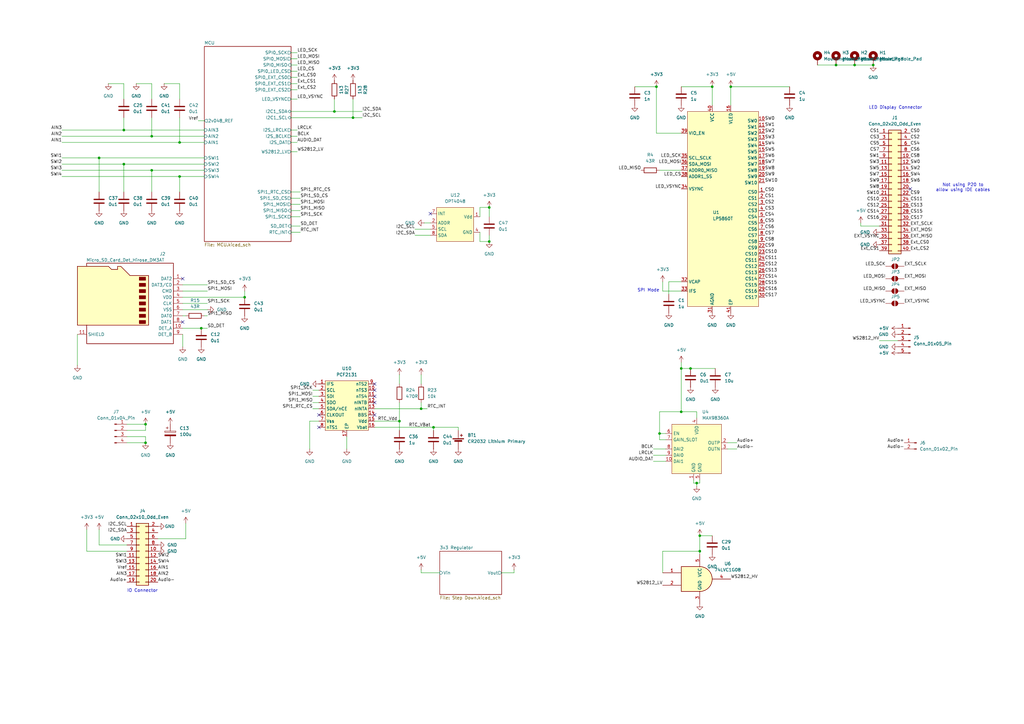
<source format=kicad_sch>
(kicad_sch (version 20231120) (generator "eeschema") (generator_version "8.0")
  (paper "A3")
  (junction (at 59.69 181.61))
  (junction (at 177.8 175.26))
  (junction (at 279.4 151.13))
  (junction (at 342.9 26.67))
  (junction (at 59.69 173.99))
  (junction (at 358.14 26.67))
  (junction (at 283.21 151.13))
  (junction (at 73.66 72.39))
  (junction (at 270.51 177.8))
  (junction (at 163.83 172.72))
  (junction (at 269.24 35.56))
  (junction (at 40.64 64.77))
  (junction (at 82.55 134.62))
  (junction (at 279.4 168.91))
  (junction (at 287.02 219.71))
  (junction (at 285.75 198.12))
  (junction (at 287.02 226.06))
  (junction (at 292.1 35.56))
  (junction (at 62.23 55.88))
  (junction (at 350.52 26.67))
  (junction (at 50.8 53.34))
  (junction (at 144.78 48.26))
  (junction (at 200.66 85.09))
  (junction (at 299.72 35.56))
  (junction (at 100.33 121.92))
  (junction (at 73.66 58.42))
  (junction (at 50.8 67.31))
  (junction (at 200.66 99.06))
  (junction (at 172.72 167.64))
  (junction (at 137.16 45.72))
  (junction (at 62.23 69.85))
  (no_connect (at 153.67 165.1))
  (no_connect (at 130.81 170.18))
  (no_connect (at 153.67 170.18))
  (no_connect (at 176.53 87.63))
  (no_connect (at 74.93 132.08))
  (no_connect (at 153.67 157.48))
  (no_connect (at 153.67 160.02))
  (no_connect (at 74.93 114.3))
  (no_connect (at 153.67 162.56))
  (no_connect (at 373.38 77.47))
  (no_connect (at 130.81 175.26))
  (wire (pts (xy 323.85 35.56) (xy 299.72 35.56)))
  (wire (pts (xy 81.28 49.53) (xy 83.82 49.53)))
  (wire (pts (xy 342.9 26.67) (xy 350.52 26.67)))
  (wire (pts (xy 35.56 226.06) (xy 52.07 226.06)))
  (wire (pts (xy 121.92 24.13) (xy 119.38 24.13)))
  (wire (pts (xy 287.02 196.85) (xy 287.02 198.12)))
  (wire (pts (xy 285.75 199.39) (xy 285.75 198.12)))
  (wire (pts (xy 292.1 35.56) (xy 292.1 43.18)))
  (wire (pts (xy 55.88 34.29) (xy 62.23 34.29)))
  (wire (pts (xy 59.69 181.61) (xy 52.07 181.61)))
  (wire (pts (xy 144.78 40.64) (xy 144.78 48.26)))
  (wire (pts (xy 25.4 53.34) (xy 50.8 53.34)))
  (wire (pts (xy 267.97 186.69) (xy 273.05 186.69)))
  (wire (pts (xy 121.92 21.59) (xy 119.38 21.59)))
  (wire (pts (xy 85.09 119.38) (xy 74.93 119.38)))
  (wire (pts (xy 62.23 69.85) (xy 83.82 69.85)))
  (wire (pts (xy 279.4 151.13) (xy 279.4 168.91)))
  (wire (pts (xy 269.24 54.61) (xy 279.4 54.61)))
  (wire (pts (xy 163.83 165.1) (xy 163.83 172.72)))
  (wire (pts (xy 137.16 45.72) (xy 148.59 45.72)))
  (wire (pts (xy 62.23 34.29) (xy 62.23 40.64)))
  (wire (pts (xy 62.23 55.88) (xy 83.82 55.88)))
  (wire (pts (xy 271.78 226.06) (xy 287.02 226.06)))
  (wire (pts (xy 270.51 177.8) (xy 273.05 177.8)))
  (wire (pts (xy 40.64 217.17) (xy 40.64 223.52)))
  (wire (pts (xy 74.93 129.54) (xy 76.2 129.54)))
  (wire (pts (xy 128.27 160.02) (xy 130.81 160.02)))
  (wire (pts (xy 279.4 168.91) (xy 285.75 168.91)))
  (wire (pts (xy 59.69 179.07) (xy 52.07 179.07)))
  (wire (pts (xy 274.32 115.57) (xy 279.4 115.57)))
  (wire (pts (xy 170.18 93.98) (xy 176.53 93.98)))
  (wire (pts (xy 121.92 34.29) (xy 119.38 34.29)))
  (wire (pts (xy 59.69 176.53) (xy 59.69 173.99)))
  (wire (pts (xy 74.93 134.62) (xy 82.55 134.62)))
  (wire (pts (xy 270.51 177.8) (xy 270.51 168.91)))
  (wire (pts (xy 123.19 81.28) (xy 119.38 81.28)))
  (wire (pts (xy 121.92 58.42) (xy 119.38 58.42)))
  (wire (pts (xy 123.19 92.71) (xy 119.38 92.71)))
  (wire (pts (xy 128.27 162.56) (xy 130.81 162.56)))
  (wire (pts (xy 40.64 223.52) (xy 52.07 223.52)))
  (wire (pts (xy 73.66 72.39) (xy 83.82 72.39)))
  (wire (pts (xy 173.99 91.44) (xy 176.53 91.44)))
  (wire (pts (xy 287.02 226.06) (xy 287.02 227.33)))
  (wire (pts (xy 121.92 53.34) (xy 119.38 53.34)))
  (wire (pts (xy 267.97 184.15) (xy 273.05 184.15)))
  (wire (pts (xy 73.66 34.29) (xy 73.66 40.64)))
  (wire (pts (xy 25.4 69.85) (xy 62.23 69.85)))
  (wire (pts (xy 283.21 151.13) (xy 293.37 151.13)))
  (wire (pts (xy 119.38 45.72) (xy 137.16 45.72)))
  (wire (pts (xy 279.4 148.59) (xy 279.4 151.13)))
  (wire (pts (xy 50.8 48.26) (xy 50.8 53.34)))
  (wire (pts (xy 267.97 189.23) (xy 273.05 189.23)))
  (wire (pts (xy 25.4 72.39) (xy 73.66 72.39)))
  (wire (pts (xy 50.8 67.31) (xy 50.8 78.74)))
  (wire (pts (xy 269.24 35.56) (xy 269.24 54.61)))
  (wire (pts (xy 270.51 180.34) (xy 270.51 177.8)))
  (wire (pts (xy 123.19 78.74) (xy 119.38 78.74)))
  (wire (pts (xy 25.4 58.42) (xy 73.66 58.42)))
  (wire (pts (xy 100.33 119.38) (xy 100.33 121.92)))
  (wire (pts (xy 50.8 34.29) (xy 50.8 40.64)))
  (wire (pts (xy 292.1 219.71) (xy 287.02 219.71)))
  (wire (pts (xy 287.02 198.12) (xy 285.75 198.12)))
  (wire (pts (xy 200.66 96.52) (xy 200.66 99.06)))
  (wire (pts (xy 200.66 85.09) (xy 196.85 85.09)))
  (wire (pts (xy 127 184.15) (xy 127 172.72)))
  (wire (pts (xy 31.75 137.16) (xy 31.75 149.86)))
  (wire (pts (xy 350.52 26.67) (xy 358.14 26.67)))
  (wire (pts (xy 73.66 48.26) (xy 73.66 58.42)))
  (wire (pts (xy 73.66 58.42) (xy 83.82 58.42)))
  (wire (pts (xy 335.28 26.67) (xy 342.9 26.67)))
  (wire (pts (xy 196.85 99.06) (xy 200.66 99.06)))
  (wire (pts (xy 119.38 48.26) (xy 144.78 48.26)))
  (wire (pts (xy 62.23 69.85) (xy 62.23 78.74)))
  (wire (pts (xy 62.23 48.26) (xy 62.23 55.88)))
  (wire (pts (xy 35.56 217.17) (xy 35.56 226.06)))
  (wire (pts (xy 74.93 121.92) (xy 100.33 121.92)))
  (wire (pts (xy 172.72 234.95) (xy 180.34 234.95)))
  (wire (pts (xy 121.92 55.88) (xy 119.38 55.88)))
  (wire (pts (xy 274.32 120.65) (xy 274.32 115.57)))
  (wire (pts (xy 121.92 31.75) (xy 119.38 31.75)))
  (wire (pts (xy 40.64 64.77) (xy 40.64 78.74)))
  (wire (pts (xy 25.4 67.31) (xy 50.8 67.31)))
  (wire (pts (xy 85.09 134.62) (xy 82.55 134.62)))
  (wire (pts (xy 284.48 198.12) (xy 284.48 196.85)))
  (wire (pts (xy 59.69 181.61) (xy 59.69 179.07)))
  (wire (pts (xy 153.67 172.72) (xy 163.83 172.72)))
  (wire (pts (xy 76.2 220.98) (xy 64.77 220.98)))
  (wire (pts (xy 153.67 175.26) (xy 177.8 175.26)))
  (wire (pts (xy 123.19 88.9) (xy 119.38 88.9)))
  (wire (pts (xy 172.72 233.68) (xy 172.72 234.95)))
  (wire (pts (xy 170.18 96.52) (xy 176.53 96.52)))
  (wire (pts (xy 44.45 34.29) (xy 50.8 34.29)))
  (wire (pts (xy 123.19 86.36) (xy 119.38 86.36)))
  (wire (pts (xy 187.96 176.53) (xy 187.96 175.26)))
  (wire (pts (xy 279.4 35.56) (xy 292.1 35.56)))
  (wire (pts (xy 137.16 40.64) (xy 137.16 45.72)))
  (wire (pts (xy 121.92 36.83) (xy 119.38 36.83)))
  (wire (pts (xy 271.78 234.95) (xy 271.78 226.06)))
  (wire (pts (xy 52.07 176.53) (xy 59.69 176.53)))
  (wire (pts (xy 353.06 92.71) (xy 360.68 92.71)))
  (wire (pts (xy 85.09 116.84) (xy 74.93 116.84)))
  (wire (pts (xy 40.64 64.77) (xy 83.82 64.77)))
  (wire (pts (xy 121.92 29.21) (xy 119.38 29.21)))
  (wire (pts (xy 121.92 40.64) (xy 119.38 40.64)))
  (wire (pts (xy 172.72 165.1) (xy 172.72 167.64)))
  (wire (pts (xy 285.75 198.12) (xy 284.48 198.12)))
  (wire (pts (xy 200.66 85.09) (xy 200.66 88.9)))
  (wire (pts (xy 196.85 99.06) (xy 196.85 95.25)))
  (wire (pts (xy 121.92 62.23) (xy 119.38 62.23)))
  (wire (pts (xy 142.24 184.15) (xy 142.24 179.07)))
  (wire (pts (xy 144.78 48.26) (xy 148.59 48.26)))
  (wire (pts (xy 85.09 124.46) (xy 74.93 124.46)))
  (wire (pts (xy 172.72 153.67) (xy 172.72 157.48)))
  (wire (pts (xy 128.27 165.1) (xy 130.81 165.1)))
  (wire (pts (xy 177.8 175.26) (xy 187.96 175.26)))
  (wire (pts (xy 123.19 83.82) (xy 119.38 83.82)))
  (wire (pts (xy 271.78 115.57) (xy 271.78 119.38)))
  (wire (pts (xy 50.8 53.34) (xy 83.82 53.34)))
  (wire (pts (xy 210.82 234.95) (xy 205.74 234.95)))
  (wire (pts (xy 273.05 180.34) (xy 270.51 180.34)))
  (wire (pts (xy 210.82 233.68) (xy 210.82 234.95)))
  (wire (pts (xy 123.19 95.25) (xy 119.38 95.25)))
  (wire (pts (xy 163.83 172.72) (xy 163.83 176.53)))
  (wire (pts (xy 196.85 85.09) (xy 196.85 88.9)))
  (wire (pts (xy 279.4 151.13) (xy 283.21 151.13)))
  (wire (pts (xy 270.51 168.91) (xy 279.4 168.91)))
  (wire (pts (xy 287.02 219.71) (xy 287.02 226.06)))
  (wire (pts (xy 299.72 35.56) (xy 299.72 43.18)))
  (wire (pts (xy 260.35 35.56) (xy 269.24 35.56)))
  (wire (pts (xy 127 172.72) (xy 130.81 172.72)))
  (wire (pts (xy 302.26 181.61) (xy 298.45 181.61)))
  (wire (pts (xy 153.67 167.64) (xy 172.72 167.64)))
  (wire (pts (xy 353.06 91.44) (xy 353.06 92.71)))
  (wire (pts (xy 59.69 173.99) (xy 52.07 173.99)))
  (wire (pts (xy 25.4 64.77) (xy 40.64 64.77)))
  (wire (pts (xy 163.83 153.67) (xy 163.83 157.48)))
  (wire (pts (xy 121.92 26.67) (xy 119.38 26.67)))
  (wire (pts (xy 177.8 175.26) (xy 177.8 176.53)))
  (wire (pts (xy 83.82 129.54) (xy 85.09 129.54)))
  (wire (pts (xy 285.75 168.91) (xy 285.75 171.45)))
  (wire (pts (xy 172.72 167.64) (xy 175.26 167.64)))
  (wire (pts (xy 270.51 69.85) (xy 279.4 69.85)))
  (wire (pts (xy 25.4 55.88) (xy 62.23 55.88)))
  (wire (pts (xy 128.27 167.64) (xy 130.81 167.64)))
  (wire (pts (xy 73.66 34.29) (xy 67.31 34.29)))
  (wire (pts (xy 360.68 139.7) (xy 368.3 139.7)))
  (wire (pts (xy 74.93 137.16) (xy 74.93 142.24)))
  (wire (pts (xy 73.66 72.39) (xy 73.66 78.74)))
  (wire (pts (xy 302.26 184.15) (xy 298.45 184.15)))
  (wire (pts (xy 50.8 67.31) (xy 83.82 67.31)))
  (wire (pts (xy 271.78 119.38) (xy 279.4 119.38)))
  (wire (pts (xy 85.09 127) (xy 74.93 127)))
  (wire (pts (xy 76.2 214.63) (xy 76.2 220.98)))
  (text "Not using P20 to\nallow using IDE cables" (at 394.97 76.962 0) (effects (font (size 1.27 1.27))))
  (text "IO Connector" (at 58.42 242.316 0) (effects (font (size 1.27 1.27))))
  (text "SPI Mode" (at 265.938 119.126 0) (effects (font (size 1.27 1.27))))
  (text "LED Display Connector" (at 367.284 44.196 0) (effects (font (size 1.27 1.27))))
  (label "SW3" (at 360.68 67.31 180))
  (label "CS6" (at 373.38 62.23 0))
  (label "SWI1" (at 52.07 228.6 180))
  (label "CS0" (at 313.69 78.74 0))
  (label "SPI1_MOSI" (at 85.09 119.38 0))
  (label "CS3" (at 313.69 86.36 0))
  (label "LRCLK" (at 121.92 53.34 0))
  (label "SWI3" (at 52.07 231.14 180))
  (label "CS7" (at 360.68 62.23 180))
  (label "CS4" (at 373.38 59.69 0))
  (label "AUDIO_DAT" (at 267.97 189.23 180))
  (label "SW6" (at 313.69 64.77 0))
  (label "BCLK" (at 267.97 184.15 180))
  (label "Ext_CS1" (at 121.92 34.29 0))
  (label "SW4" (at 313.69 59.69 0))
  (label "CS11" (at 373.38 82.55 0))
  (label "SW0" (at 313.69 49.53 0))
  (label "SWI4" (at 64.77 231.14 0))
  (label "RTC_INT" (at 123.19 95.25 0))
  (label "SPI1_SCK" (at 85.09 124.46 0))
  (label "CS16" (at 313.69 119.38 0))
  (label "SPI1_MOSI" (at 128.27 162.56 180))
  (label "CS16" (at 360.68 90.17 180))
  (label "SW9" (at 360.68 74.93 180))
  (label "RTC_INT" (at 175.26 167.64 0))
  (label "CS2" (at 373.38 57.15 0))
  (label "SW8" (at 313.69 69.85 0))
  (label "Ext_CS2" (at 121.92 36.83 0))
  (label "EXT_VSYNC" (at 360.68 97.79 180))
  (label "Audio-" (at 64.77 238.76 0))
  (label "SPI1_MOSI" (at 123.19 83.82 0))
  (label "CS13" (at 373.38 85.09 0))
  (label "SW4" (at 373.38 72.39 0))
  (label "CS11" (at 313.69 106.68 0))
  (label "SW1" (at 313.69 52.07 0))
  (label "CS3" (at 360.68 57.15 180))
  (label "SW5" (at 313.69 62.23 0))
  (label "I2C_SDA" (at 52.07 218.44 180))
  (label "Audio-" (at 302.26 184.15 0))
  (label "WS2812_HV" (at 360.68 139.7 180))
  (label "SW8" (at 360.68 77.47 180))
  (label "EXT_MISO" (at 370.84 119.38 0))
  (label "AIN2" (at 25.4 55.88 180))
  (label "LED_VSYNC" (at 363.22 124.46 180))
  (label "Ext_CS2" (at 373.38 102.87 0))
  (label "SW9" (at 313.69 72.39 0))
  (label "RTC_Vdd" (at 154.94 172.72 0))
  (label "SWI3" (at 25.4 69.85 180))
  (label "Vref" (at 81.28 49.53 180))
  (label "SWI2" (at 25.4 67.31 180))
  (label "SW6" (at 373.38 74.93 0))
  (label "AIN3" (at 25.4 53.34 180))
  (label "CS13" (at 313.69 111.76 0))
  (label "RTC_VBat" (at 167.64 175.26 0))
  (label "LED_SCK" (at 279.4 64.77 180))
  (label "BCLK" (at 121.92 55.88 0))
  (label "SWI2" (at 64.77 228.6 0))
  (label "CS12" (at 313.69 109.22 0))
  (label "Vref" (at 52.07 233.68 180))
  (label "CS6" (at 313.69 93.98 0))
  (label "CS14" (at 360.68 87.63 180))
  (label "CS10" (at 313.69 104.14 0))
  (label "CS8" (at 373.38 64.77 0))
  (label "CS12" (at 360.68 85.09 180))
  (label "AIN1" (at 25.4 58.42 180))
  (label "Audio-" (at 370.84 184.15 180))
  (label "LED_VSYNC" (at 279.4 77.47 180))
  (label "SD_DET" (at 123.19 92.71 0))
  (label "I2C_SCL" (at 170.18 93.98 180))
  (label "Audio+" (at 370.84 181.61 180))
  (label "EXT_SCLK" (at 373.38 92.71 0))
  (label "SPI1_SD_CS" (at 85.09 116.84 0))
  (label "LED_MISO" (at 363.22 119.38 180))
  (label "EXT_SCLK" (at 370.84 109.22 0))
  (label "LED_SCK" (at 363.22 109.22 180))
  (label "CS4" (at 313.69 88.9 0))
  (label "CS5" (at 313.69 91.44 0))
  (label "SW10" (at 360.68 80.01 180))
  (label "LED_CS" (at 279.4 72.39 180))
  (label "SW7" (at 313.69 67.31 0))
  (label "LRCLK" (at 267.97 186.69 180))
  (label "WS2812_LV" (at 271.78 240.03 180))
  (label "SW1" (at 360.68 64.77 180))
  (label "SW5" (at 360.68 69.85 180))
  (label "WS2812_LV" (at 121.92 62.23 0))
  (label "CS17" (at 373.38 90.17 0))
  (label "LED_MISO" (at 262.89 69.85 180))
  (label "EXT_MISO" (at 373.38 97.79 0))
  (label "SPI1_MISO" (at 85.09 129.54 0))
  (label "AUDIO_DAT" (at 121.92 58.42 0))
  (label "CS17" (at 313.69 121.92 0))
  (label "LED_MOSI" (at 363.22 114.3 180))
  (label "I2C_SCL" (at 52.07 215.9 180))
  (label "CS2" (at 313.69 83.82 0))
  (label "SPI1_MISO" (at 128.27 165.1 180))
  (label "CS15" (at 373.38 87.63 0))
  (label "CS9" (at 373.38 80.01 0))
  (label "CS9" (at 313.69 101.6 0))
  (label "Ext_CS0" (at 121.92 31.75 0))
  (label "LED_MOSI" (at 279.4 67.31 180))
  (label "Ext_CS1" (at 360.68 102.87 180))
  (label "EXT_VSYNC" (at 370.84 124.46 0))
  (label "SW3" (at 313.69 57.15 0))
  (label "LED_SCK" (at 121.92 21.59 0))
  (label "EXT_MOSI" (at 373.38 95.25 0))
  (label "I2C_SDA" (at 148.59 45.72 0))
  (label "LED_MISO" (at 121.92 26.67 0))
  (label "Audio+" (at 52.07 238.76 180))
  (label "CS1" (at 360.68 54.61 180))
  (label "LED_CS" (at 121.92 29.21 0))
  (label "Ext_CS0" (at 373.38 100.33 0))
  (label "AIN2" (at 64.77 236.22 0))
  (label "CS5" (at 360.68 59.69 180))
  (label "SW7" (at 360.68 72.39 180))
  (label "SWI1" (at 25.4 64.77 180))
  (label "AIN1" (at 64.77 233.68 0))
  (label "SW0" (at 373.38 67.31 0))
  (label "EXT_MOSI" (at 370.84 114.3 0))
  (label "SPI1_RTC_CS" (at 123.19 78.74 0))
  (label "Audio+" (at 302.26 181.61 0))
  (label "SPI1_SCK" (at 128.27 160.02 180))
  (label "I2C_SDA" (at 170.18 96.52 180))
  (label "SW10" (at 313.69 74.93 0))
  (label "WS2812_HV" (at 299.72 237.49 0))
  (label "CS1" (at 313.69 81.28 0))
  (label "SW2" (at 313.69 54.61 0))
  (label "AIN3" (at 52.07 236.22 180))
  (label "SPI1_MISO" (at 123.19 86.36 0))
  (label "SPI1_RTC_CS" (at 128.27 167.64 180))
  (label "LED_VSYNC" (at 121.92 40.64 0))
  (label "CS8" (at 313.69 99.06 0))
  (label "CS10" (at 360.68 82.55 180))
  (label "I2C_SCL" (at 148.59 48.26 0))
  (label "SD_DET" (at 85.09 134.62 0))
  (label "SPI1_SD_CS" (at 123.19 81.28 0))
  (label "SW2" (at 373.38 69.85 0))
  (label "LED_MOSI" (at 121.92 24.13 0))
  (label "CS7" (at 313.69 96.52 0))
  (label "CS14" (at 313.69 114.3 0))
  (label "CS0" (at 373.38 54.61 0))
  (label "SWI4" (at 25.4 72.39 180))
  (label "SPI1_SCK" (at 123.19 88.9 0))
  (label "CS15" (at 313.69 116.84 0))
  (symbol (lib_id "power:+3V3") (at 292.1 35.56 0) (unit 1)
    (property "Reference" "#PWR014" (effects (hide yes)))
    (property "Value" "+3V3" (at 292.1 30.48 0))
    (property "Description" "Power symbol creates a global label with name \"+3V3\"" (effects (hide yes)))
  )
  (symbol (lib_id "Jumper:SolderJumper_2_Open") (at 367.03 109.22 0) (unit 1) (exclude_from_sim yes) (in_bom no)
    (property "Reference" "JP2" (at 367.284 106.426 0))
    (property "Value" "SolderJumper_2_Open" (effects (hide yes)))
    (property "Footprint" "Jumper:SolderJumper-2_P1.3mm_Open_RoundedPad1.0x1.5mm" (effects (hide yes)))
    (property "Description" "Solder Jumper, 2-pole, open" (effects (hide yes)))
  )
  (symbol (lib_id "power:GND") (at 100.33 129.54 0) (unit 1)
    (property "Reference" "#PWR091" (effects (hide yes)))
    (property "Value" "GND" (at 100.33 134.62 0))
    (property "Description" "Power symbol creates a global label with name \"GND\" , ground" (effects (hide yes)))
  )
  (symbol (lib_id "power:GND") (at 40.64 86.36 0) (unit 1)
    (property "Reference" "#PWR084" (effects (hide yes)))
    (property "Value" "GND" (at 40.64 91.44 0))
    (property "Description" "Power symbol creates a global label with name \"GND\" , ground" (effects (hide yes)))
  )
  (symbol (lib_id "power:GND") (at 85.09 127 90) (unit 1)
    (property "Reference" "#PWR071" (effects (hide yes)))
    (property "Value" "GND" (at 88.9 126.9999 90) (effects (justify right)))
    (property "Description" "Power symbol creates a global label with name \"GND\" , ground" (effects (hide yes)))
  )
  (symbol (lib_id "Connector_Generic:Conn_02x20_Odd_Even") (at 365.76 77.47 0) (unit 1)
    (property "Reference" "J1" (at 367.03 48.26 0))
    (property "Value" "Conn_02x20_Odd_Even" (at 367.03 50.8 0))
    (property "Footprint" "Connector_IDC:IDC-Header_2x20_P2.54mm_Vertical" (effects (hide yes)))
    (property "Description" "Generic connector, double row, 02x20, odd/even pin numbering scheme (row 1 odd numbers, row 2 even numbers), script generated (kicad-library-utils/schlib/autogen/connector/)" (effects (hide yes)))
  )
  (symbol (lib_id "power:GND") (at 64.77 215.9 90) (unit 1)
    (property "Reference" "#PWR083" (effects (hide yes)))
    (property "Value" "GND" (at 67.564 215.9 90) (effects (justify right)))
    (property "Description" "Power symbol creates a global label with name \"GND\" , ground" (effects (hide yes)))
  )
  (symbol (lib_id "Device:C") (at 62.23 82.55 0) (unit 1)
    (property "Reference" "C39" (at 66.04 81.2799 0) (effects (justify left)))
    (property "Value" "0u1" (at 66.04 83.8199 0) (effects (justify left)))
    (property "Footprint" "Capacitor_SMD:C_0603_1608Metric_Pad1.08x0.95mm_HandSolder" (effects (hide yes)))
    (property "Description" "Unpolarized capacitor" (effects (hide yes)))
  )
  (symbol (lib_id "Global:OPT4048") (at 186.69 85.09 0) (unit 1)
    (property "Reference" "U12" (at 186.69 80.01 0))
    (property "Value" "OPT4048" (at 186.69 82.55 0))
    (property "Footprint" "kicad global library:SOT-583_DTS" (effects (hide yes)))
  )
  (symbol (lib_id "Connector:Conn_01x02_Pin") (at 375.92 181.61 0) (mirror y) (unit 1)
    (property "Reference" "J6" (at 377.19 181.6099 0) (effects (justify right)))
    (property "Value" "Conn_01x02_Pin" (at 377.19 184.1499 0) (effects (justify right)))
    (property "Footprint" "Connector_PinHeader_2.54mm:PinHeader_1x02_P2.54mm_Vertical" (effects (hide yes)))
    (property "Description" "Generic connector, single row, 01x02, script generated" (effects (hide yes)))
  )
  (symbol (lib_id "power:GND") (at 285.75 199.39 0) (unit 1)
    (property "Reference" "#PWR026" (effects (hide yes)))
    (property "Value" "GND" (at 285.75 204.47 0))
    (property "Description" "Power symbol creates a global label with name \"GND\" , ground" (effects (hide yes)))
  )
  (symbol (lib_id "Mechanical:MountingHole_Pad") (at 358.14 24.13 0) (unit 1) (exclude_from_sim yes) (in_bom no)
    (property "Reference" "H1" (at 360.68 21.5899 0) (effects (justify left)))
    (property "Value" "MountingHole_Pad" (at 360.68 24.1299 0) (effects (justify left)))
    (property "Footprint" "MountingHole:MountingHole_3.2mm_M3_Pad" (effects (hide yes)))
    (property "Description" "Mounting Hole with connection" (effects (hide yes)))
  )
  (symbol (lib_id "power:GND") (at 64.77 226.06 90) (unit 1)
    (property "Reference" "#PWR025" (effects (hide yes)))
    (property "Value" "GND" (at 68.58 226.0599 90) (effects (justify right)))
    (property "Description" "Power symbol creates a global label with name \"GND\" , ground" (effects (hide yes)))
  )
  (symbol (lib_id "power:GND") (at 52.07 220.98 270) (unit 1)
    (property "Reference" "#PWR05" (effects (hide yes)))
    (property "Value" "GND" (at 49.276 220.98 90) (effects (justify right)))
    (property "Description" "Power symbol creates a global label with name \"GND\" , ground" (effects (hide yes)))
  )
  (symbol (lib_id "power:+5V") (at 59.69 173.99 0) (mirror y) (unit 1)
    (property "Reference" "#PWR063" (effects (hide yes)))
    (property "Value" "+5V" (at 59.69 168.91 0))
    (property "Description" "Power symbol creates a global label with name \"+5V\"" (effects (hide yes)))
  )
  (symbol (lib_id "Global:LP5860T") (at 295.91 45.72 0) (unit 1)
    (property "Reference" "U1" (at 292.354 87.122 0) (effects (justify left)))
    (property "Value" "LP5860T" (at 292.354 89.662 0) (effects (justify left)))
    (property "Footprint" "kicad global library:QFN-40_EP_5x5_Pitch0.4mm_Hand_Solder" (effects (hide yes)))
  )
  (symbol (lib_id "Device:C") (at 260.35 39.37 0) (unit 1)
    (property "Reference" "C3" (at 264.16 38.0999 0) (effects (justify left)))
    (property "Value" "1n" (at 264.16 40.6399 0) (effects (justify left)))
    (property "Footprint" "Capacitor_SMD:C_0603_1608Metric_Pad1.08x0.95mm_HandSolder" (effects (hide yes)))
    (property "Description" "Unpolarized capacitor" (effects (hide yes)))
  )
  (symbol (lib_id "power:GND") (at 142.24 184.15 0) (unit 1)
    (property "Reference" "#PWR093" (effects (hide yes)))
    (property "Value" "GND" (at 142.24 189.23 0))
    (property "Description" "Power symbol creates a global label with name \"GND\" , ground" (effects (hide yes)))
  )
  (symbol (lib_id "power:+3V3") (at 172.72 153.67 0) (unit 1)
    (property "Reference" "#PWR095" (effects (hide yes)))
    (property "Value" "+3V3" (at 172.72 148.59 0))
    (property "Description" "Power symbol creates a global label with name \"+3V3\"" (effects (hide yes)))
  )
  (symbol (lib_id "Device:C") (at 279.4 39.37 0) (unit 1)
    (property "Reference" "C5" (at 283.21 38.0999 0) (effects (justify left)))
    (property "Value" "1u" (at 283.21 40.6399 0) (effects (justify left)))
    (property "Footprint" "Capacitor_SMD:C_0805_2012Metric_Pad1.18x1.45mm_HandSolder" (effects (hide yes)))
    (property "Description" "Unpolarized capacitor" (effects (hide yes)))
  )
  (symbol (lib_id "power:GND") (at 279.4 43.18 0) (unit 1)
    (property "Reference" "#PWR023" (effects (hide yes)))
    (property "Value" "GND" (at 279.4 48.26 0))
    (property "Description" "Power symbol creates a global label with name \"GND\" , ground" (effects (hide yes)))
  )
  (symbol (lib_id "power:GND") (at 293.37 158.75 0) (unit 1)
    (property "Reference" "#PWR029" (effects (hide yes)))
    (property "Value" "GND" (at 293.37 163.83 0))
    (property "Description" "Power symbol creates a global label with name \"GND\" , ground" (effects (hide yes)))
  )
  (symbol (lib_id "power:GND") (at 130.81 157.48 270) (unit 1)
    (property "Reference" "#PWR092" (effects (hide yes)))
    (property "Value" "GND" (at 127 157.4799 90) (effects (justify right)))
    (property "Description" "Power symbol creates a global label with name \"GND\" , ground" (effects (hide yes)))
  )
  (symbol (lib_id "Device:Battery_Cell") (at 187.96 181.61 0) (unit 1)
    (property "Reference" "BT1" (at 191.77 178.4984 0) (effects (justify left)))
    (property "Value" "CR2032 Lithium Primary" (at 191.77 181.0384 0) (effects (justify left)))
    (property "Footprint" "Battery:BatteryHolder_Keystone_3000_1x12mm" (effects (hide yes)))
    (property "Description" "Single-cell battery" (effects (hide yes)))
  )
  (symbol (lib_id "power:GND") (at 69.85 181.61 0) (unit 1)
    (property "Reference" "#PWR073" (effects (hide yes)))
    (property "Value" "GND" (at 69.85 186.69 0))
    (property "Description" "Power symbol creates a global label with name \"GND\" , ground" (effects (hide yes)))
  )
  (symbol (lib_id "power:GND") (at 82.55 142.24 0) (unit 1)
    (property "Reference" "#PWR070" (effects (hide yes)))
    (property "Value" "GND" (at 82.55 147.32 0))
    (property "Description" "Power symbol creates a global label with name \"GND\" , ground" (effects (hide yes)))
  )
  (symbol (lib_id "Jumper:SolderJumper_2_Open") (at 367.03 119.38 0) (unit 1) (exclude_from_sim yes) (in_bom no)
    (property "Reference" "JP4" (at 367.284 116.586 0))
    (property "Value" "SolderJumper_2_Open" (effects (hide yes)))
    (property "Footprint" "Jumper:SolderJumper-2_P1.3mm_Open_RoundedPad1.0x1.5mm" (effects (hide yes)))
    (property "Description" "Solder Jumper, 2-pole, open" (effects (hide yes)))
  )
  (symbol (lib_id "power:GND") (at 260.35 43.18 0) (unit 1)
    (property "Reference" "#PWR021" (effects (hide yes)))
    (property "Value" "GND" (at 260.35 48.26 0))
    (property "Description" "Power symbol creates a global label with name \"GND\" , ground" (effects (hide yes)))
  )
  (symbol (lib_id "Jumper:SolderJumper_2_Open") (at 367.03 114.3 0) (unit 1) (exclude_from_sim yes) (in_bom no)
    (property "Reference" "JP3" (at 367.284 111.506 0))
    (property "Value" "SolderJumper_2_Open" (effects (hide yes)))
    (property "Footprint" "Jumper:SolderJumper-2_P1.3mm_Open_RoundedPad1.0x1.5mm" (effects (hide yes)))
    (property "Description" "Solder Jumper, 2-pole, open" (effects (hide yes)))
  )
  (symbol (lib_id "power:GND") (at 74.93 142.24 0) (unit 1)
    (property "Reference" "#PWR069" (effects (hide yes)))
    (property "Value" "GND" (at 74.93 147.32 0))
    (property "Description" "Power symbol creates a global label with name \"GND\" , ground" (effects (hide yes)))
  )
  (symbol (lib_id "Device:C_Polarized") (at 69.85 177.8 0) (unit 1)
    (property "Reference" "C13" (at 73.66 175.6409 0) (effects (justify left)))
    (property "Value" "100u" (at 73.66 178.1809 0) (effects (justify left)))
    (property "Footprint" "Capacitor_THT:CP_Radial_D10.0mm_P5.00mm" (effects (hide yes)))
    (property "Description" "Polarized capacitor" (effects (hide yes)))
  )
  (symbol (lib_id "power:GND") (at 127 184.15 0) (unit 1)
    (property "Reference" "#PWR094" (effects (hide yes)))
    (property "Value" "GND" (at 127 189.23 0))
    (property "Description" "Power symbol creates a global label with name \"GND\" , ground" (effects (hide yes)))
  )
  (symbol (lib_id "Device:C") (at 40.64 82.55 0) (unit 1)
    (property "Reference" "C37" (at 44.45 81.2799 0) (effects (justify left)))
    (property "Value" "0u1" (at 44.45 83.8199 0) (effects (justify left)))
    (property "Footprint" "Capacitor_SMD:C_0603_1608Metric_Pad1.08x0.95mm_HandSolder" (effects (hide yes)))
    (property "Description" "Unpolarized capacitor" (effects (hide yes)))
  )
  (symbol (lib_id "power:+5V") (at 76.2 214.63 0) (mirror y) (unit 1)
    (property "Reference" "#PWR055" (effects (hide yes)))
    (property "Value" "+5V" (at 76.2 209.55 0))
    (property "Description" "Power symbol creates a global label with name \"+5V\"" (effects (hide yes)))
  )
  (symbol (lib_id "Device:R") (at 163.83 161.29 0) (unit 1)
    (property "Reference" "R24" (at 166.37 160.0199 0) (effects (justify left)))
    (property "Value" "470R" (at 166.37 162.5599 0) (effects (justify left)))
    (property "Footprint" "Resistor_SMD:R_0603_1608Metric_Pad0.98x0.95mm_HandSolder" (effects (hide yes)))
    (property "Description" "Resistor" (effects (hide yes)))
  )
  (symbol (lib_id "power:+5V") (at 368.3 144.78 90) (unit 1)
    (property "Reference" "#PWR057" (effects (hide yes)))
    (property "Value" "+5V" (at 364.49 144.7799 90) (effects (justify left)))
    (property "Description" "Power symbol creates a global label with name \"+5V\"" (effects (hide yes)))
  )
  (symbol (lib_id "power:+3V3") (at 100.33 119.38 0) (unit 1)
    (property "Reference" "#PWR090" (effects (hide yes)))
    (property "Value" "+3V3" (at 100.33 114.3 0))
    (property "Description" "Power symbol creates a global label with name \"+3V3\"" (effects (hide yes)))
  )
  (symbol (lib_id "Device:C") (at 292.1 223.52 0) (unit 1)
    (property "Reference" "C29" (at 295.91 222.2499 0) (effects (justify left)))
    (property "Value" "0u1" (at 295.91 224.7899 0) (effects (justify left)))
    (property "Footprint" "Capacitor_SMD:C_0603_1608Metric_Pad1.08x0.95mm_HandSolder" (effects (hide yes)))
    (property "Description" "Unpolarized capacitor" (effects (hide yes)))
  )
  (symbol (lib_id "power:+5V") (at 172.72 233.68 0) (unit 1)
    (property "Reference" "#PWR077" (effects (hide yes)))
    (property "Value" "+5V" (at 172.72 228.6 0))
    (property "Description" "Power symbol creates a global label with name \"+5V\"" (effects (hide yes)))
  )
  (symbol (lib_id "power:+3V3") (at 269.24 35.56 0) (unit 1)
    (property "Reference" "#PWR020" (effects (hide yes)))
    (property "Value" "+3V3" (at 269.24 30.48 0))
    (property "Description" "Power symbol creates a global label with name \"+3V3\"" (effects (hide yes)))
  )
  (symbol (lib_id "power:GND") (at 173.99 91.44 270) (unit 1)
    (property "Reference" "#PWR0109" (effects (hide yes)))
    (property "Value" "GND" (at 170.18 91.4399 90) (effects (justify right)))
    (property "Description" "Power symbol creates a global label with name \"GND\" , ground" (effects (hide yes)))
  )
  (symbol (lib_id "Device:C") (at 50.8 82.55 0) (unit 1)
    (property "Reference" "C38" (at 54.61 81.2799 0) (effects (justify left)))
    (property "Value" "0u1" (at 54.61 83.8199 0) (effects (justify left)))
    (property "Footprint" "Capacitor_SMD:C_0603_1608Metric_Pad1.08x0.95mm_HandSolder" (effects (hide yes)))
    (property "Description" "Unpolarized capacitor" (effects (hide yes)))
  )
  (symbol (lib_id "power:+3V3") (at 144.78 33.02 0) (unit 1)
    (property "Reference" "#PWR0101" (effects (hide yes)))
    (property "Value" "+3V3" (at 144.78 27.94 0))
    (property "Description" "Power symbol creates a global label with name \"+3V3\"" (effects (hide yes)))
  )
  (symbol (lib_id "power:+3V3") (at 210.82 233.68 0) (mirror y) (unit 1)
    (property "Reference" "#PWR076" (effects (hide yes)))
    (property "Value" "+3V3" (at 210.82 228.6 0))
    (property "Description" "Power symbol creates a global label with name \"+3V3\"" (effects (hide yes)))
  )
  (symbol (lib_id "Connector:Conn_01x05_Pin") (at 373.38 139.7 0) (mirror y) (unit 1)
    (property "Reference" "J5" (at 374.65 138.4299 0) (effects (justify right)))
    (property "Value" "Conn_01x05_Pin" (at 374.65 140.9699 0) (effects (justify right)))
    (property "Footprint" "Connector_PinHeader_2.54mm:PinHeader_1x05_P2.54mm_Vertical" (effects (hide yes)))
    (property "Description" "Generic connector, single row, 01x05, script generated" (effects (hide yes)))
  )
  (symbol (lib_id "power:GND") (at 283.21 158.75 0) (unit 1)
    (property "Reference" "#PWR028" (effects (hide yes)))
    (property "Value" "GND" (at 283.21 163.83 0))
    (property "Description" "Power symbol creates a global label with name \"GND\" , ground" (effects (hide yes)))
  )
  (symbol (lib_id "power:GND") (at 62.23 86.36 0) (unit 1)
    (property "Reference" "#PWR086" (effects (hide yes)))
    (property "Value" "GND" (at 62.23 91.44 0))
    (property "Description" "Power symbol creates a global label with name \"GND\" , ground" (effects (hide yes)))
  )
  (symbol (lib_id "Device:C") (at 50.8 44.45 0) (unit 1)
    (property "Reference" "C25" (at 54.61 43.1799 0) (effects (justify left)))
    (property "Value" "0u1" (at 54.61 45.7199 0) (effects (justify left)))
    (property "Footprint" "Capacitor_SMD:C_0603_1608Metric_Pad1.08x0.95mm_HandSolder" (effects (hide yes)))
    (property "Description" "Unpolarized capacitor" (effects (hide yes)))
  )
  (symbol (lib_id "Device:R") (at 80.01 129.54 90) (unit 1)
    (property "Reference" "R15" (at 80.01 123.19 90))
    (property "Value" "43R" (at 80.01 125.73 90))
    (property "Footprint" "Resistor_SMD:R_0603_1608Metric_Pad0.98x0.95mm_HandSolder" (effects (hide yes)))
    (property "Description" "Resistor" (effects (hide yes)))
  )
  (symbol (lib_id "power:GND") (at 67.31 34.29 0) (unit 1)
    (property "Reference" "#PWR089" (effects (hide yes)))
    (property "Value" "GND" (at 67.31 39.37 0))
    (property "Description" "Power symbol creates a global label with name \"GND\" , ground" (effects (hide yes)))
  )
  (symbol (lib_id "Device:R") (at 137.16 36.83 0) (unit 1)
    (property "Reference" "R27" (at 142.24 36.83 90))
    (property "Value" "1k3" (at 139.954 36.83 90))
    (property "Footprint" "Resistor_SMD:R_0603_1608Metric_Pad0.98x0.95mm_HandSolder" (effects (hide yes)))
    (property "Description" "Resistor" (effects (hide yes)))
    (property "MFR PN" "CR0603-FX-1301ELF" (effects (hide yes)))
  )
  (symbol (lib_id "Global:MAX98360A") (at 273.05 170.18 0) (unit 1)
    (property "Reference" "U4" (at 287.9441 168.91 0) (effects (justify left)))
    (property "Value" "MAX98360A" (at 287.9441 171.45 0) (effects (justify left)))
    (property "Footprint" "kicad global library:Maxim_FC2QFN-10_Hand_Solder" (effects (hide yes)))
  )
  (symbol (lib_id "Global:SN74LV1T08") (at 287.02 237.49 0) (unit 1)
    (property "Reference" "U6" (at 298.45 231.1714 0))
    (property "Value" "74LVC1G08" (at 298.45 233.7114 0))
    (property "Footprint" "Package_TO_SOT_SMD:SOT-23-5" (effects (hide yes)))
    (property "Datasheet" "https://www.ti.com/lit/ds/symlink/sn74lv1t08.pdf" (effects (hide yes)))
    (property "Description" "Single AND Gate, Low-Voltage CMOS" (effects (hide yes)))
  )
  (symbol (lib_id "power:GND") (at 360.68 95.25 270) (unit 1)
    (property "Reference" "#PWR047" (effects (hide yes)))
    (property "Value" "GND" (at 356.87 95.2499 90) (effects (justify right)))
    (property "Description" "Power symbol creates a global label with name \"GND\" , ground" (effects (hide yes)))
  )
  (symbol (lib_id "power:GND") (at 55.88 34.29 0) (unit 1)
    (property "Reference" "#PWR088" (effects (hide yes)))
    (property "Value" "GND" (at 55.88 39.37 0))
    (property "Description" "Power symbol creates a global label with name \"GND\" , ground" (effects (hide yes)))
  )
  (symbol (lib_id "power:+3V3") (at 35.56 217.17 0) (mirror y) (unit 1)
    (property "Reference" "#PWR03" (effects (hide yes)))
    (property "Value" "+3V3" (at 35.56 212.09 0))
    (property "Description" "Power symbol creates a global label with name \"+3V3\"" (effects (hide yes)))
  )
  (symbol (lib_id "Connector_Generic:Conn_02x10_Odd_Even") (at 57.15 226.06 0) (unit 1)
    (property "Reference" "J4" (at 58.42 209.55 0))
    (property "Value" "Conn_02x10_Odd_Even" (at 58.42 212.09 0))
    (property "Footprint" "Connector_IDC:IDC-Header_2x10_P2.54mm_Vertical" (effects (hide yes)))
    (property "Description" "Generic connector, double row, 02x10, odd/even pin numbering scheme (row 1 odd numbers, row 2 even numbers), script generated (kicad-library-utils/schlib/autogen/connector/)" (effects (hide yes)))
  )
  (symbol (lib_id "power:+5V") (at 299.72 35.56 0) (unit 1)
    (property "Reference" "#PWR019" (effects (hide yes)))
    (property "Value" "+5V" (at 299.72 30.48 0))
    (property "Description" "Power symbol creates a global label with name \"+5V\"" (effects (hide yes)))
  )
  (symbol (lib_id "power:+3V3") (at 163.83 153.67 0) (unit 1)
    (property "Reference" "#PWR096" (effects (hide yes)))
    (property "Value" "+3V3" (at 163.83 148.59 0))
    (property "Description" "Power symbol creates a global label with name \"+3V3\"" (effects (hide yes)))
  )
  (symbol (lib_id "Device:C") (at 200.66 92.71 0) (unit 1)
    (property "Reference" "C47" (at 204.47 91.4399 0) (effects (justify left)))
    (property "Value" "0u1" (at 204.47 93.9799 0) (effects (justify left)))
    (property "Footprint" "Capacitor_SMD:C_0603_1608Metric_Pad1.08x0.95mm_HandSolder" (effects (hide yes)))
    (property "Description" "Unpolarized capacitor" (effects (hide yes)))
  )
  (symbol (lib_id "Device:C") (at 163.83 180.34 0) (unit 1)
    (property "Reference" "C36" (at 167.64 179.0699 0) (effects (justify left)))
    (property "Value" "1u" (at 167.64 181.6099 0) (effects (justify left)))
    (property "Footprint" "Capacitor_SMD:C_0805_2012Metric_Pad1.18x1.45mm_HandSolder" (effects (hide yes)))
    (property "Description" "Unpolarized capacitor" (effects (hide yes)))
  )
  (symbol (lib_id "Device:C") (at 323.85 39.37 0) (unit 1)
    (property "Reference" "C4" (at 327.66 38.0999 0) (effects (justify left)))
    (property "Value" "1u" (at 327.66 40.6399 0) (effects (justify left)))
    (property "Footprint" "Capacitor_SMD:C_0805_2012Metric_Pad1.18x1.45mm_HandSolder" (effects (hide yes)))
    (property "Description" "Unpolarized capacitor" (effects (hide yes)))
  )
  (symbol (lib_id "Device:C") (at 177.8 180.34 0) (unit 1)
    (property "Reference" "C44" (at 181.61 179.0699 0) (effects (justify left)))
    (property "Value" "0u1" (at 181.61 181.6099 0) (effects (justify left)))
    (property "Footprint" "Capacitor_SMD:C_0603_1608Metric_Pad1.08x0.95mm_HandSolder" (effects (hide yes)))
    (property "Description" "Unpolarized capacitor" (effects (hide yes)))
    (property "MFR PN" "CL10B104KB8NNWC" (effects (hide yes)))
  )
  (symbol (lib_id "Device:C") (at 62.23 44.45 0) (unit 1)
    (property "Reference" "C41" (at 66.04 43.1799 0) (effects (justify left)))
    (property "Value" "0u1" (at 66.04 45.7199 0) (effects (justify left)))
    (property "Footprint" "Capacitor_SMD:C_0603_1608Metric_Pad1.08x0.95mm_HandSolder" (effects (hide yes)))
    (property "Description" "Unpolarized capacitor" (effects (hide yes)))
  )
  (symbol (lib_id "power:GND") (at 64.77 223.52 90) (unit 1)
    (property "Reference" "#PWR04" (effects (hide yes)))
    (property "Value" "GND" (at 68.58 223.5199 90) (effects (justify right)))
    (property "Description" "Power symbol creates a global label with name \"GND\" , ground" (effects (hide yes)))
  )
  (symbol (lib_id "Device:C") (at 293.37 154.94 0) (unit 1)
    (property "Reference" "C7" (at 297.18 153.6699 0) (effects (justify left)))
    (property "Value" "10u" (at 297.18 156.2099 0) (effects (justify left)))
    (property "Footprint" "Capacitor_SMD:C_1210_3225Metric" (effects (hide yes)))
    (property "Description" "Unpolarized capacitor" (effects (hide yes)))
  )
  (symbol (lib_id "power:GND") (at 292.1 227.33 0) (unit 1)
    (property "Reference" "#PWR052" (effects (hide yes)))
    (property "Value" "GND" (at 292.1 232.41 0))
  )
  (symbol (lib_id "power:+3V3") (at 200.66 85.09 0) (unit 1)
    (property "Reference" "#PWR0107" (effects (hide yes)))
    (property "Value" "+3V3" (at 200.66 80.01 0))
    (property "Description" "Power symbol creates a global label with name \"+3V3\"" (effects (hide yes)))
  )
  (symbol (lib_id "power:+5V") (at 69.85 173.99 0) (unit 1)
    (property "Reference" "#PWR072" (effects (hide yes)))
    (property "Value" "+5V" (at 69.85 168.91 0))
    (property "Description" "Power symbol creates a global label with name \"+5V\"" (effects (hide yes)))
  )
  (symbol (lib_id "power:GND") (at 44.45 34.29 0) (unit 1)
    (property "Reference" "#PWR0104" (effects (hide yes)))
    (property "Value" "GND" (at 44.45 39.37 0))
    (property "Description" "Power symbol creates a global label with name \"GND\" , ground" (effects (hide yes)))
  )
  (symbol (lib_id "power:+3V3") (at 271.78 115.57 0) (unit 1)
    (property "Reference" "#PWR024" (effects (hide yes)))
    (property "Value" "+3V3" (at 271.78 110.49 0))
    (property "Description" "Power symbol creates a global label with name \"+3V3\"" (effects (hide yes)))
  )
  (symbol (lib_id "Device:C") (at 283.21 154.94 0) (unit 1)
    (property "Reference" "C6" (at 287.02 153.6699 0) (effects (justify left)))
    (property "Value" "0u1" (at 287.02 156.2099 0) (effects (justify left)))
    (property "Footprint" "Capacitor_SMD:C_0603_1608Metric_Pad1.08x0.95mm_HandSolder" (effects (hide yes)))
    (property "Description" "Unpolarized capacitor" (effects (hide yes)))
  )
  (symbol (lib_id "power:GND") (at 299.72 128.27 0) (unit 1)
    (property "Reference" "#PWR012" (effects (hide yes)))
    (property "Value" "GND" (at 299.72 133.35 0))
    (property "Description" "Power symbol creates a global label with name \"GND\" , ground" (effects (hide yes)))
  )
  (symbol (lib_id "Mechanical:MountingHole_Pad") (at 350.52 24.13 0) (unit 1) (exclude_from_sim yes) (in_bom no)
    (property "Reference" "H2" (at 353.06 21.5899 0) (effects (justify left)))
    (property "Value" "MountingHole_Pad" (at 353.06 24.1299 0) (effects (justify left)))
    (property "Footprint" "MountingHole:MountingHole_3.2mm_M3_Pad" (effects (hide yes)))
    (property "Description" "Mounting Hole with connection" (effects (hide yes)))
  )
  (symbol (lib_id "Device:C") (at 73.66 44.45 0) (unit 1)
    (property "Reference" "C42" (at 77.47 43.1799 0) (effects (justify left)))
    (property "Value" "0u1" (at 77.47 45.7199 0) (effects (justify left)))
    (property "Footprint" "Capacitor_SMD:C_0603_1608Metric_Pad1.08x0.95mm_HandSolder" (effects (hide yes)))
    (property "Description" "Unpolarized capacitor" (effects (hide yes)))
  )
  (symbol (lib_id "Mechanical:MountingHole_Pad") (at 342.9 24.13 0) (unit 1) (exclude_from_sim yes) (in_bom no)
    (property "Reference" "H3" (at 345.44 21.5899 0) (effects (justify left)))
    (property "Value" "MountingHole_Pad" (at 345.44 24.1299 0) (effects (justify left)))
    (property "Footprint" "MountingHole:MountingHole_3.2mm_M3_Pad" (effects (hide yes)))
    (property "Description" "Mounting Hole with connection" (effects (hide yes)))
  )
  (symbol (lib_id "Connector:Micro_SD_Card_Det_Hirose_DM3AT") (at 52.07 124.46 0) (mirror y) (unit 1)
    (property "Reference" "J2" (at 66.675 104.14 0))
    (property "Value" "Micro_SD_Card_Det_Hirose_DM3AT" (at 51.435 106.68 0))
    (property "Footprint" "Connector_Card:microSD_HC_Hirose_DM3AT-SF-PEJM5" (effects (hide yes)))
    (property "Datasheet" "https://www.hirose.com/product/en/download_file/key_name/DM3/category/Catalog/doc_file_id/49662/?file_category_id=4&item_id=195&is_series=1" (effects (hide yes)))
    (property "Description" "Micro SD Card Socket with card detection pins" (effects (hide yes)))
  )
  (symbol (lib_id "power:GND") (at 177.8 184.15 0) (unit 1)
    (property "Reference" "#PWR098" (effects (hide yes)))
    (property "Value" "GND" (at 177.8 189.23 0))
    (property "Description" "Power symbol creates a global label with name \"GND\" , ground" (effects (hide yes)))
  )
  (symbol (lib_id "power:GND") (at 360.68 100.33 270) (unit 1)
    (property "Reference" "#PWR06" (effects (hide yes)))
    (property "Value" "GND" (at 356.87 100.3299 90) (effects (justify right)))
    (property "Description" "Power symbol creates a global label with name \"GND\" , ground" (effects (hide yes)))
  )
  (symbol (lib_id "power:GND") (at 200.66 99.06 0) (unit 1)
    (property "Reference" "#PWR0108" (effects (hide yes)))
    (property "Value" "GND" (at 200.66 104.14 0))
    (property "Description" "Power symbol creates a global label with name \"GND\" , ground" (effects (hide yes)))
  )
  (symbol (lib_id "power:+5V") (at 353.06 91.44 0) (unit 1)
    (property "Reference" "#PWR01" (effects (hide yes)))
    (property "Value" "+5V" (at 353.06 86.36 0))
    (property "Description" "Power symbol creates a global label with name \"+5V\"" (effects (hide yes)))
  )
  (symbol (lib_id "power:GND") (at 73.66 86.36 0) (unit 1)
    (property "Reference" "#PWR087" (effects (hide yes)))
    (property "Value" "GND" (at 73.66 91.44 0))
    (property "Description" "Power symbol creates a global label with name \"GND\" , ground" (effects (hide yes)))
  )
  (symbol (lib_id "power:GND") (at 31.75 149.86 0) (unit 1)
    (property "Reference" "#PWR068" (effects (hide yes)))
    (property "Value" "GND" (at 31.75 154.94 0))
    (property "Description" "Power symbol creates a global label with name \"GND\" , ground" (effects (hide yes)))
  )
  (symbol (lib_id "Connector:Conn_01x04_Pin") (at 46.99 176.53 0) (unit 1)
    (property "Reference" "J7" (at 47.625 168.91 0))
    (property "Value" "Conn_01x04_Pin" (at 47.625 171.45 0))
    (property "Footprint" "Connector_PinHeader_2.54mm:PinHeader_1x04_P2.54mm_Vertical" (effects (hide yes)))
    (property "Description" "Generic connector, single row, 01x04, script generated" (effects (hide yes)))
  )
  (symbol (lib_id "Device:C") (at 100.33 125.73 0) (unit 1)
    (property "Reference" "C43" (at 104.14 124.4599 0) (effects (justify left)))
    (property "Value" "0u1" (at 104.14 126.9999 0) (effects (justify left)))
    (property "Footprint" "Capacitor_SMD:C_0603_1608Metric_Pad1.08x0.95mm_HandSolder" (effects (hide yes)))
    (property "Description" "Unpolarized capacitor" (effects (hide yes)))
    (property "MFR PN" "CL10B104KB8NNWC" (effects (hide yes)))
  )
  (symbol (lib_id "Mechanical:MountingHole_Pad") (at 335.28 24.13 0) (unit 1) (exclude_from_sim yes) (in_bom no)
    (property "Reference" "H4" (at 337.82 21.5899 0) (effects (justify left)))
    (property "Value" "MountingHole_Pad" (at 337.82 24.1299 0) (effects (justify left)))
    (property "Footprint" "MountingHole:MountingHole_3.2mm_M3_Pad" (effects (hide yes)))
    (property "Description" "Mounting Hole with connection" (effects (hide yes)))
  )
  (symbol (lib_id "power:GND") (at 287.02 247.65 0) (unit 1)
    (property "Reference" "#PWR048" (effects (hide yes)))
    (property "Value" "GND" (at 287.02 252.73 0))
  )
  (symbol (lib_id "Jumper:SolderJumper_2_Open") (at 367.03 124.46 0) (unit 1) (exclude_from_sim yes) (in_bom no)
    (property "Reference" "JP5" (at 367.284 121.666 0))
    (property "Value" "SolderJumper_2_Open" (effects (hide yes)))
    (property "Footprint" "Jumper:SolderJumper-2_P1.3mm_Open_RoundedPad1.0x1.5mm" (effects (hide yes)))
    (property "Description" "Solder Jumper, 2-pole, open" (effects (hide yes)))
  )
  (symbol (lib_id "Device:R") (at 172.72 161.29 0) (unit 1)
    (property "Reference" "R23" (at 175.26 160.0199 0) (effects (justify left)))
    (property "Value" "10k" (at 175.26 162.5599 0) (effects (justify left)))
    (property "Footprint" "Resistor_SMD:R_0603_1608Metric_Pad0.98x0.95mm_HandSolder" (effects (hide yes)))
    (property "Description" "Resistor" (effects (hide yes)))
  )
  (symbol (lib_id "power:+5V") (at 40.64 217.17 0) (unit 1)
    (property "Reference" "#PWR02" (effects (hide yes)))
    (property "Value" "+5V" (at 40.64 212.09 0))
    (property "Description" "Power symbol creates a global label with name \"+5V\"" (effects (hide yes)))
  )
  (symbol (lib_id "power:+5V") (at 287.02 219.71 0) (unit 1)
    (property "Reference" "#PWR051" (effects (hide yes)))
    (property "Value" "+5V" (at 287.02 214.63 0))
    (property "Description" "Power symbol creates a global label with name \"+5V\"" (effects (hide yes)))
  )
  (symbol (lib_id "power:GND") (at 274.32 128.27 0) (unit 1)
    (property "Reference" "#PWR07" (effects (hide yes)))
    (property "Value" "GND" (at 274.32 133.35 0))
    (property "Description" "Power symbol creates a global label with name \"GND\" , ground" (effects (hide yes)))
  )
  (symbol (lib_id "power:+3V3") (at 137.16 33.02 0) (unit 1)
    (property "Reference" "#PWR0100" (effects (hide yes)))
    (property "Value" "+3V3" (at 137.16 27.94 0))
    (property "Description" "Power symbol creates a global label with name \"+3V3\"" (effects (hide yes)))
  )
  (symbol (lib_id "power:+5V") (at 279.4 148.59 0) (unit 1)
    (property "Reference" "#PWR027" (effects (hide yes)))
    (property "Value" "+5V" (at 279.4 143.51 0))
    (property "Description" "Power symbol creates a global label with name \"+5V\"" (effects (hide yes)))
  )
  (symbol (lib_id "power:+5V") (at 368.3 134.62 90) (unit 1)
    (property "Reference" "#PWR056" (effects (hide yes)))
    (property "Value" "+5V" (at 364.49 134.6199 90) (effects (justify left)))
    (property "Description" "Power symbol creates a global label with name \"+5V\"" (effects (hide yes)))
  )
  (symbol (lib_id "Device:R") (at 266.7 69.85 90) (unit 1)
    (property "Reference" "R4" (at 266.7 63.5 90))
    (property "Value" "43R" (at 266.7 66.04 90))
    (property "Footprint" "Resistor_SMD:R_0603_1608Metric_Pad0.98x0.95mm_HandSolder" (effects (hide yes)))
    (property "Description" "Resistor" (effects (hide yes)))
  )
  (symbol (lib_id "power:GND") (at 50.8 86.36 0) (unit 1)
    (property "Reference" "#PWR085" (effects (hide yes)))
    (property "Value" "GND" (at 50.8 91.44 0))
    (property "Description" "Power symbol creates a global label with name \"GND\" , ground" (effects (hide yes)))
  )
  (symbol (lib_id "power:GND") (at 323.85 43.18 0) (unit 1)
    (property "Reference" "#PWR022" (effects (hide yes)))
    (property "Value" "GND" (at 323.85 48.26 0))
    (property "Description" "Power symbol creates a global label with name \"GND\" , ground" (effects (hide yes)))
  )
  (symbol (lib_id "Global:PCF2131") (at 142.24 156.21 0) (unit 1)
    (property "Reference" "U10" (at 142.24 151.13 0))
    (property "Value" "PCF2131" (at 142.24 153.67 0))
    (property "Footprint" "kicad global library:HLSON16_SOT1992-1" (effects (hide yes)))
    (property "Datasheet" "https://www.nxp.com/docs/en/data-sheet/PCF2131.pdf" (effects (hide yes)))
  )
  (symbol (lib_id "power:GND") (at 358.14 26.67 0) (unit 1)
    (property "Reference" "#PWR017" (effects (hide yes)))
    (property "Value" "GND" (at 358.14 31.75 0))
    (property "Description" "Power symbol creates a global label with name \"GND\" , ground" (effects (hide yes)))
  )
  (symbol (lib_id "Device:R") (at 144.78 36.83 0) (unit 1)
    (property "Reference" "R28" (at 149.86 36.83 90))
    (property "Value" "1k3" (at 147.574 36.83 90))
    (property "Footprint" "Resistor_SMD:R_0603_1608Metric_Pad0.98x0.95mm_HandSolder" (effects (hide yes)))
    (property "Description" "Resistor" (effects (hide yes)))
    (property "MFR PN" "CR0603-FX-1301ELF" (effects (hide yes)))
  )
  (symbol (lib_id "power:GND") (at 59.69 181.61 0) (mirror y) (unit 1)
    (property "Reference" "#PWR064" (effects (hide yes)))
    (property "Value" "GND" (at 59.69 186.69 0))
    (property "Description" "Power symbol creates a global label with name \"GND\" , ground" (effects (hide yes)))
  )
  (symbol (lib_id "Device:C") (at 73.66 82.55 0) (unit 1)
    (property "Reference" "C40" (at 77.47 81.2799 0) (effects (justify left)))
    (property "Value" "0u1" (at 77.47 83.8199 0) (effects (justify left)))
    (property "Footprint" "Capacitor_SMD:C_0603_1608Metric_Pad1.08x0.95mm_HandSolder" (effects (hide yes)))
    (property "Description" "Unpolarized capacitor" (effects (hide yes)))
  )
  (symbol (lib_id "Device:C") (at 274.32 124.46 0) (unit 1)
    (property "Reference" "C1" (at 278.13 123.1899 0) (effects (justify left)))
    (property "Value" "1u" (at 278.13 125.7299 0) (effects (justify left)))
    (property "Footprint" "Capacitor_SMD:C_0805_2012Metric_Pad1.18x1.45mm_HandSolder" (effects (hide yes)))
    (property "Description" "Unpolarized capacitor" (effects (hide yes)))
  )
  (symbol (lib_id "power:GND") (at 292.1 128.27 0) (unit 1)
    (property "Reference" "#PWR011" (effects (hide yes)))
    (property "Value" "GND" (at 292.1 133.35 0))
    (property "Description" "Power symbol creates a global label with name \"GND\" , ground" (effects (hide yes)))
  )
  (symbol (lib_id "power:GND") (at 368.3 142.24 270) (unit 1)
    (property "Reference" "#PWR054" (effects (hide yes)))
    (property "Value" "GND" (at 364.49 142.2399 90) (effects (justify right)))
    (property "Description" "Power symbol creates a global label with name \"GND\" , ground" (effects (hide yes)))
  )
  (symbol (lib_id "power:GND") (at 163.83 184.15 0) (unit 1)
    (property "Reference" "#PWR097" (effects (hide yes)))
    (property "Value" "GND" (at 163.83 189.23 0))
    (property "Description" "Power symbol creates a global label with name \"GND\" , ground" (effects (hide yes)))
  )
  (symbol (lib_id "Device:C") (at 82.55 138.43 0) (unit 1)
    (property "Reference" "C12" (at 86.36 137.1599 0) (effects (justify left)))
    (property "Value" "0u1" (at 86.36 139.6999 0) (effects (justify left)))
    (property "Footprint" "Capacitor_SMD:C_0603_1608Metric_Pad1.08x0.95mm_HandSolder" (effects (hide yes)))
    (property "Description" "Unpolarized capacitor" (effects (hide yes)))
  )
  (symbol (lib_id "power:GND") (at 187.96 184.15 0) (unit 1)
    (property "Reference" "#PWR099" (effects (hide yes)))
    (property "Value" "GND" (at 187.96 189.23 0))
    (property "Description" "Power symbol creates a global label with name \"GND\" , ground" (effects (hide yes)))
  )
  (symbol (lib_id "power:GND") (at 368.3 137.16 270) (unit 1)
    (property "Reference" "#PWR053" (effects (hide yes)))
    (property "Value" "GND" (at 364.49 137.1599 90) (effects (justify right)))
    (property "Description" "Power symbol creates a global label with name \"GND\" , ground" (effects (hide yes)))
  )
  (sheet (at 180.34 226.06) (size 25.4 17.78) (stroke (width 0.1524))
    (property "Sheetname" "3v3 Regulator" (at 180.34 225.3484 0) (effects (justify left bottom)))
    (property "Sheetfile" "Step Down.kicad_sch" (at 180.34 244.4246 0) (effects (justify left top)))
    (pin "Vout" output (at 205.74 234.95 0))
    (pin "Vin" input (at 180.34 234.95 180))
  )
  (sheet (at 83.82 19.05) (size 35.56 80.01) (stroke (width 0.1524))
    (property "Sheetname" "MCU" (at 83.82 18.3384 0) (effects (justify left bottom)))
    (property "Sheetfile" "MCU.kicad_sch" (at 83.82 99.6446 0) (effects (justify left top)))
    (pin "SPI0_MOSI" output (at 119.38 24.13 0))
    (pin "SPI0_SCK" output (at 119.38 21.59 0))
    (pin "SPI0_LED_CS" output (at 119.38 29.21 0))
    (pin "LED_VSYNC" output (at 119.38 40.64 0))
    (pin "SPI0_MISO" input (at 119.38 26.67 0))
    (pin "I2S_LRCLK" output (at 119.38 53.34 0))
    (pin "I2S_BCLK" output (at 119.38 55.88 0))
    (pin "I2S_DAT" output (at 119.38 58.42 0))
    (pin "SPI0_EXT_CS0" output (at 119.38 31.75 0))
    (pin "SPI0_EXT_CS1" output (at 119.38 34.29 0))
    (pin "SPI0_EXT_CS2" output (at 119.38 36.83 0))
    (pin "AIN1" input (at 83.82 58.42 180))
    (pin "RTC_INT" input (at 119.38 95.25 0))
    (pin "SPI1_SD_CS" output (at 119.38 81.28 0))
    (pin "SPI1_MOSI" output (at 119.38 83.82 0))
    (pin "SPI1_MISO" input (at 119.38 86.36 0))
    (pin "SPI1_SCK" output (at 119.38 88.9 0))
    (pin "SPI1_RTC_CS" output (at 119.38 78.74 0))
    (pin "SD_DET" input (at 119.38 92.71 0))
    (pin "I2C1_SDA" bidirectional (at 119.38 45.72 0))
    (pin "I2C1_SCL" bidirectional (at 119.38 48.26 0))
    (pin "AIN2" input (at 83.82 55.88 180))
    (pin "AIN3" input (at 83.82 53.34 180))
    (pin "2v048_REF" output (at 83.82 49.53 180))
    (pin "WS2812_LV" output (at 119.38 62.23 0))
    (pin "SWI1" input (at 83.82 64.77 180))
    (pin "SWI2" input (at 83.82 67.31 180))
    (pin "SWI3" input (at 83.82 69.85 180))
    (pin "SWI4" input (at 83.82 72.39 180))
  )
)
</source>
